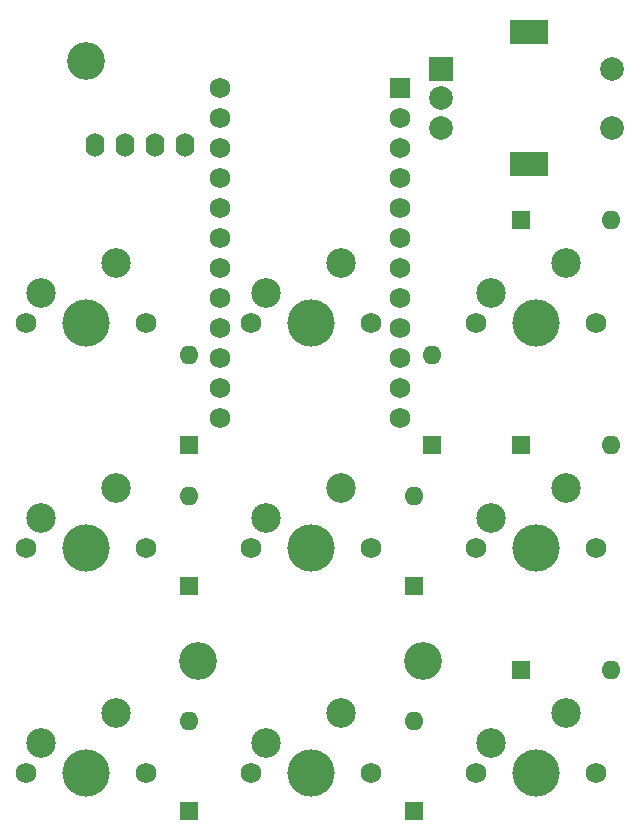
<source format=gbs>
%TF.GenerationSoftware,KiCad,Pcbnew,8.0.4*%
%TF.CreationDate,2024-07-27T19:33:33+02:00*%
%TF.ProjectId,pcb_macropad,7063625f-6d61-4637-926f-7061642e6b69,rev?*%
%TF.SameCoordinates,Original*%
%TF.FileFunction,Soldermask,Bot*%
%TF.FilePolarity,Negative*%
%FSLAX46Y46*%
G04 Gerber Fmt 4.6, Leading zero omitted, Abs format (unit mm)*
G04 Created by KiCad (PCBNEW 8.0.4) date 2024-07-27 19:33:33*
%MOMM*%
%LPD*%
G01*
G04 APERTURE LIST*
%ADD10C,3.200000*%
%ADD11C,1.750000*%
%ADD12C,4.000000*%
%ADD13C,2.500000*%
%ADD14O,1.600000X2.000000*%
%ADD15R,2.000000X2.000000*%
%ADD16C,2.000000*%
%ADD17R,3.200000X2.000000*%
%ADD18R,1.600000X1.600000*%
%ADD19O,1.600000X1.600000*%
%ADD20R,1.752600X1.752600*%
%ADD21C,1.752600*%
G04 APERTURE END LIST*
D10*
%TO.C,REF\u002A\u002A*%
X65722500Y-39052500D03*
%TD*%
%TO.C,REF\u002A\u002A*%
X94297500Y-89852500D03*
%TD*%
D11*
%TO.C,S5*%
X79692500Y-80327500D03*
D12*
X84772500Y-80327500D03*
D11*
X89852500Y-80327500D03*
D13*
X80962500Y-77787500D03*
X87312500Y-75247500D03*
%TD*%
D11*
%TO.C,S4*%
X60642500Y-80327500D03*
D12*
X65722500Y-80327500D03*
D11*
X70802500Y-80327500D03*
D13*
X61912500Y-77787500D03*
X68262500Y-75247500D03*
%TD*%
D10*
%TO.C,REF\u002A\u002A*%
X75247500Y-89852500D03*
%TD*%
D11*
%TO.C,S1*%
X60642500Y-61277500D03*
D12*
X65722500Y-61277500D03*
D11*
X70802500Y-61277500D03*
D13*
X61912500Y-58737500D03*
X68262500Y-56197500D03*
%TD*%
D11*
%TO.C,S6*%
X98742500Y-80327500D03*
D12*
X103822500Y-80327500D03*
D11*
X108902500Y-80327500D03*
D13*
X100012500Y-77787500D03*
X106362500Y-75247500D03*
%TD*%
D14*
%TO.C,J1*%
X74136250Y-46196250D03*
X71596250Y-46196250D03*
X69056250Y-46196250D03*
X66516250Y-46196250D03*
%TD*%
D11*
%TO.C,S9*%
X98742500Y-99377500D03*
D12*
X103822500Y-99377500D03*
D11*
X108902500Y-99377500D03*
D13*
X100012500Y-96837500D03*
X106362500Y-94297500D03*
%TD*%
D11*
%TO.C,S8*%
X79692500Y-99377500D03*
D12*
X84772500Y-99377500D03*
D11*
X89852500Y-99377500D03*
D13*
X80962500Y-96837500D03*
X87312500Y-94297500D03*
%TD*%
D11*
%TO.C,S2*%
X79692500Y-61277500D03*
D12*
X84772500Y-61277500D03*
D11*
X89852500Y-61277500D03*
D13*
X80962500Y-58737500D03*
X87312500Y-56197500D03*
%TD*%
D11*
%TO.C,S7*%
X60642500Y-99377500D03*
D12*
X65722500Y-99377500D03*
D11*
X70802500Y-99377500D03*
D13*
X61912500Y-96837500D03*
X68262500Y-94297500D03*
%TD*%
D15*
%TO.C,SW1*%
X95778750Y-39727500D03*
D16*
X95778750Y-44727500D03*
X95778750Y-42227500D03*
D17*
X103278750Y-36627500D03*
X103278750Y-47827500D03*
D16*
X110278750Y-44727500D03*
X110278750Y-39727500D03*
%TD*%
D11*
%TO.C,S3*%
X98742500Y-61277500D03*
D12*
X103822500Y-61277500D03*
D11*
X108902500Y-61277500D03*
D13*
X100012500Y-58737500D03*
X106362500Y-56197500D03*
%TD*%
D18*
%TO.C,D1*%
X74453750Y-71596250D03*
D19*
X74453750Y-63976250D03*
%TD*%
D18*
%TO.C,D8*%
X93503750Y-102552500D03*
D19*
X93503750Y-94932500D03*
%TD*%
D18*
%TO.C,D4*%
X74453750Y-83502500D03*
D19*
X74453750Y-75882500D03*
%TD*%
D18*
%TO.C,D7*%
X74453750Y-102552500D03*
D19*
X74453750Y-94932500D03*
%TD*%
D18*
%TO.C,D3*%
X102552500Y-52546250D03*
D19*
X110172500Y-52546250D03*
%TD*%
D18*
%TO.C,D2*%
X95091250Y-71596250D03*
D19*
X95091250Y-63976250D03*
%TD*%
D18*
%TO.C,D9*%
X102552500Y-90646250D03*
D19*
X110172500Y-90646250D03*
%TD*%
D18*
%TO.C,D5*%
X93503750Y-83502500D03*
D19*
X93503750Y-75882500D03*
%TD*%
D18*
%TO.C,D6*%
X102552500Y-71596250D03*
D19*
X110172500Y-71596250D03*
%TD*%
D20*
%TO.C,U1*%
X92317500Y-41382500D03*
D21*
X92317500Y-43922500D03*
X92317500Y-46462500D03*
X92317500Y-49002500D03*
X92317500Y-51542500D03*
X92317500Y-54082500D03*
X92317500Y-56622500D03*
X92317500Y-59162500D03*
X92317500Y-61702500D03*
X92317500Y-64242500D03*
X92317500Y-66782500D03*
X92317500Y-69322500D03*
X77077500Y-69322500D03*
X77077500Y-66782500D03*
X77077500Y-64242500D03*
X77077500Y-61702500D03*
X77077500Y-59162500D03*
X77077500Y-56622500D03*
X77077500Y-54082500D03*
X77077500Y-51542500D03*
X77077500Y-49002500D03*
X77077500Y-46462500D03*
X77077500Y-43922500D03*
X77077500Y-41382500D03*
%TD*%
M02*

</source>
